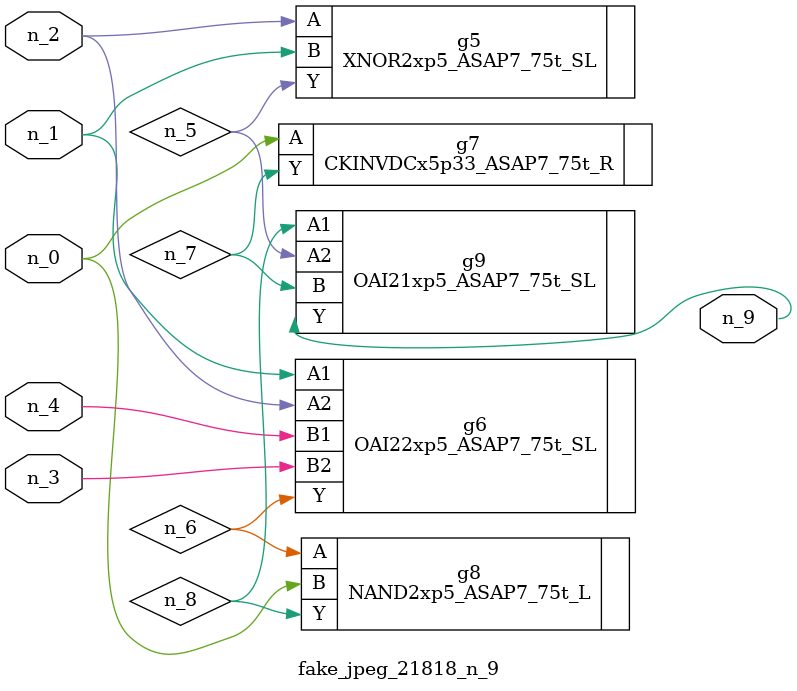
<source format=v>
module fake_jpeg_21818_n_9 (n_3, n_2, n_1, n_0, n_4, n_9);

input n_3;
input n_2;
input n_1;
input n_0;
input n_4;

output n_9;

wire n_8;
wire n_6;
wire n_5;
wire n_7;

XNOR2xp5_ASAP7_75t_SL g5 ( 
.A(n_2),
.B(n_1),
.Y(n_5)
);

OAI22xp5_ASAP7_75t_SL g6 ( 
.A1(n_1),
.A2(n_2),
.B1(n_4),
.B2(n_3),
.Y(n_6)
);

CKINVDCx5p33_ASAP7_75t_R g7 ( 
.A(n_0),
.Y(n_7)
);

NAND2xp5_ASAP7_75t_L g8 ( 
.A(n_6),
.B(n_0),
.Y(n_8)
);

OAI21xp5_ASAP7_75t_SL g9 ( 
.A1(n_8),
.A2(n_5),
.B(n_7),
.Y(n_9)
);


endmodule
</source>
